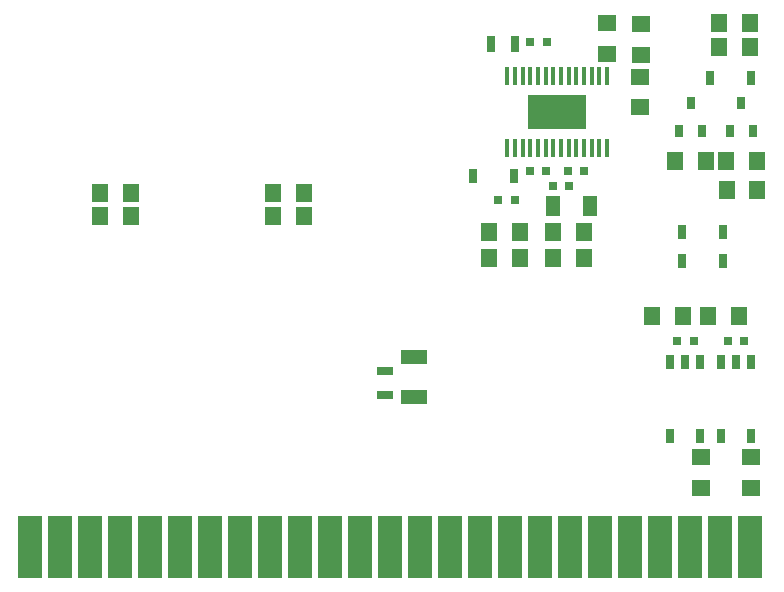
<source format=gbr>
%TF.GenerationSoftware,KiCad,Pcbnew,(5.1.10)-1*%
%TF.CreationDate,2022-09-21T12:49:22+09:00*%
%TF.ProjectId,(KiCad)DriveUnit_B-series(ver2.0),284b6943-6164-4294-9472-697665556e69,rev?*%
%TF.SameCoordinates,Original*%
%TF.FileFunction,Paste,Bot*%
%TF.FilePolarity,Positive*%
%FSLAX46Y46*%
G04 Gerber Fmt 4.6, Leading zero omitted, Abs format (unit mm)*
G04 Created by KiCad (PCBNEW (5.1.10)-1) date 2022-09-21 12:49:22*
%MOMM*%
%LPD*%
G01*
G04 APERTURE LIST*
%ADD10R,0.700000X0.800000*%
%ADD11R,2.300000X1.200000*%
%ADD12R,1.400000X0.800000*%
%ADD13R,0.800000X1.400000*%
%ADD14R,1.200000X1.700000*%
%ADD15R,0.780000X1.220000*%
%ADD16R,2.000000X5.300000*%
%ADD17R,5.000000X3.000000*%
%ADD18R,0.450000X1.650000*%
%ADD19R,1.400000X1.650000*%
%ADD20R,1.650000X1.400000*%
%ADD21R,0.800000X1.200000*%
%ADD22R,0.800000X1.000000*%
G04 APERTURE END LIST*
D10*
%TO.C,C1*%
X174201100Y-108733600D03*
X172801100Y-108733600D03*
%TD*%
D11*
%TO.C,C12*%
X150490000Y-110090000D03*
X150490000Y-113490000D03*
%TD*%
D12*
%TO.C,C13*%
X148010000Y-111280000D03*
X148010000Y-113280000D03*
%TD*%
D10*
%TO.C,C2*%
X178461100Y-108733600D03*
X177061100Y-108733600D03*
%TD*%
%TO.C,C3*%
X161721100Y-83433600D03*
X160321100Y-83433600D03*
%TD*%
%TO.C,C4*%
X162251100Y-95613600D03*
X163651100Y-95613600D03*
%TD*%
%TO.C,C5*%
X159021100Y-96823600D03*
X157621100Y-96823600D03*
%TD*%
D13*
%TO.C,C6*%
X159041100Y-83643600D03*
X157041100Y-83643600D03*
%TD*%
D10*
%TO.C,C7*%
X164921100Y-94343600D03*
X163521100Y-94343600D03*
%TD*%
%TO.C,C8*%
X160291100Y-94343600D03*
X161691100Y-94343600D03*
%TD*%
D14*
%TO.C,C9*%
X165381100Y-97323600D03*
X162281100Y-97323600D03*
%TD*%
D15*
%TO.C,D1*%
X155501100Y-94773600D03*
X158981100Y-94773600D03*
%TD*%
%TO.C,D2*%
X173181100Y-99500000D03*
X176661100Y-99500000D03*
%TD*%
%TO.C,D3*%
X179061100Y-86500000D03*
X175581100Y-86500000D03*
%TD*%
%TO.C,D6*%
X176661100Y-102000000D03*
X173181100Y-102000000D03*
%TD*%
D16*
%TO.C,EDGE1*%
X118021100Y-126153600D03*
X120561100Y-126153600D03*
X123101100Y-126153600D03*
X125641100Y-126153600D03*
X128181100Y-126153600D03*
X130721100Y-126153600D03*
X133261100Y-126153600D03*
X135801100Y-126153600D03*
X138341100Y-126153600D03*
X140881100Y-126153600D03*
X143421100Y-126153600D03*
X145961100Y-126153600D03*
X148501100Y-126153600D03*
X151041100Y-126153600D03*
X153581100Y-126153600D03*
X156121100Y-126153600D03*
X158661100Y-126153600D03*
X161201100Y-126153600D03*
X163741100Y-126153600D03*
X166281100Y-126153600D03*
X168821100Y-126153600D03*
X171361100Y-126153600D03*
X173901100Y-126153600D03*
X176441100Y-126153600D03*
X178981100Y-126153600D03*
%TD*%
D17*
%TO.C,A3921*%
X162606100Y-89363600D03*
D18*
X166831100Y-86313600D03*
X166181100Y-86313600D03*
X165531100Y-86313600D03*
X164881100Y-86313600D03*
X164231100Y-86313600D03*
X163581100Y-86313600D03*
X162931100Y-86313600D03*
X162281100Y-86313600D03*
X161631100Y-86313600D03*
X160981100Y-86313600D03*
X160331100Y-86313600D03*
X159681100Y-86313600D03*
X159031100Y-86313600D03*
X158381100Y-86313600D03*
X158381100Y-92413600D03*
X159031100Y-92413600D03*
X159681100Y-92413600D03*
X160331100Y-92413600D03*
X160981100Y-92413600D03*
X161631100Y-92413600D03*
X162281100Y-92413600D03*
X162931100Y-92413600D03*
X163581100Y-92413600D03*
X164231100Y-92413600D03*
X164881100Y-92413600D03*
X165531100Y-92413600D03*
X166831100Y-92413600D03*
X166181100Y-92413600D03*
%TD*%
D19*
%TO.C,R1*%
X173251100Y-106633600D03*
X170651100Y-106633600D03*
%TD*%
%TO.C,R10*%
X162261100Y-101753600D03*
X164861100Y-101753600D03*
%TD*%
%TO.C,R12*%
X162261100Y-99503600D03*
X164861100Y-99503600D03*
%TD*%
D20*
%TO.C,R13*%
X166821100Y-81843600D03*
X166821100Y-84443600D03*
%TD*%
%TO.C,R14]*%
X169671100Y-84533600D03*
X169671100Y-81933600D03*
%TD*%
D19*
%TO.C,R15*%
X126542100Y-96193600D03*
X123942100Y-96193600D03*
%TD*%
%TO.C,R16*%
X123941100Y-98123600D03*
X126541100Y-98123600D03*
%TD*%
%TO.C,R17*%
X176951100Y-96000000D03*
X179551100Y-96000000D03*
%TD*%
%TO.C,R18*%
X141181100Y-96193600D03*
X138581100Y-96193600D03*
%TD*%
%TO.C,R19*%
X138581100Y-98123600D03*
X141181100Y-98123600D03*
%TD*%
D20*
%TO.C,R2*%
X169651100Y-88953600D03*
X169651100Y-86353600D03*
%TD*%
D19*
%TO.C,R20*%
X159461100Y-99503600D03*
X156861100Y-99503600D03*
%TD*%
%TO.C,R21*%
X159461100Y-101753600D03*
X156861100Y-101753600D03*
%TD*%
%TO.C,R23*%
X176321100Y-83813600D03*
X178921100Y-83813600D03*
%TD*%
%TO.C,R24*%
X176941100Y-93500000D03*
X179541100Y-93500000D03*
%TD*%
%TO.C,R25*%
X172600000Y-93500000D03*
X175200000Y-93500000D03*
%TD*%
D20*
%TO.C,R26*%
X174771100Y-121173600D03*
X174771100Y-118573600D03*
%TD*%
%TO.C,R27*%
X179061100Y-121173600D03*
X179061100Y-118573600D03*
%TD*%
D19*
%TO.C,R6*%
X178921100Y-81843600D03*
X176321100Y-81843600D03*
%TD*%
%TO.C,R9*%
X178011100Y-106633600D03*
X175411100Y-106633600D03*
%TD*%
D21*
%TO.C,TLP1*%
X173441100Y-110483600D03*
X172171100Y-110483600D03*
X172171100Y-116783600D03*
X174711100Y-110483600D03*
X174711100Y-116783600D03*
%TD*%
%TO.C,TLP2*%
X177791100Y-110483600D03*
X176521100Y-110483600D03*
X176521100Y-116783600D03*
X179061100Y-110483600D03*
X179061100Y-116783600D03*
%TD*%
D22*
%TO.C,TR3*%
X173911100Y-88600000D03*
X174861100Y-91000000D03*
X172961100Y-91000000D03*
%TD*%
%TO.C,TR4*%
X178211100Y-88600000D03*
X179161100Y-91000000D03*
X177261100Y-91000000D03*
%TD*%
M02*

</source>
